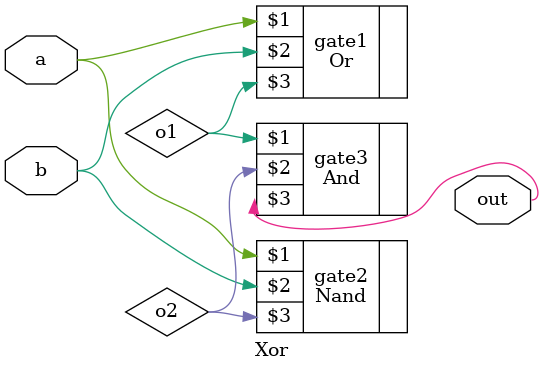
<source format=v>
`ifndef XOR_V
`define XOR_V

`include "or.v"
`include "nand.v"
`include "and.v"

module Xor(input a, b, output out);
    Or gate1(a, b, o1);
    Nand gate2(a, b, o2);
    And gate3(o1, o2, out);
endmodule

`endif 
</source>
